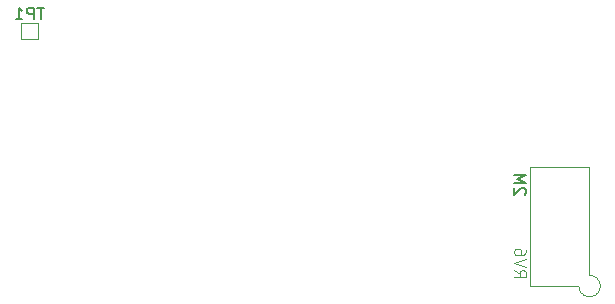
<source format=gbr>
%TF.GenerationSoftware,KiCad,Pcbnew,9.0.5*%
%TF.CreationDate,2025-10-12T14:47:24+02:00*%
%TF.ProjectId,11_fm_drum,31315f66-6d5f-4647-9275-6d2e6b696361,rev?*%
%TF.SameCoordinates,Original*%
%TF.FileFunction,Legend,Bot*%
%TF.FilePolarity,Positive*%
%FSLAX46Y46*%
G04 Gerber Fmt 4.6, Leading zero omitted, Abs format (unit mm)*
G04 Created by KiCad (PCBNEW 9.0.5) date 2025-10-12 14:47:24*
%MOMM*%
%LPD*%
G01*
G04 APERTURE LIST*
%ADD10C,0.100000*%
%ADD11C,0.150000*%
%ADD12C,0.120000*%
G04 APERTURE END LIST*
D10*
X181747580Y-101265238D02*
X182223771Y-101598571D01*
X181747580Y-101836666D02*
X182747580Y-101836666D01*
X182747580Y-101836666D02*
X182747580Y-101455714D01*
X182747580Y-101455714D02*
X182699961Y-101360476D01*
X182699961Y-101360476D02*
X182652342Y-101312857D01*
X182652342Y-101312857D02*
X182557104Y-101265238D01*
X182557104Y-101265238D02*
X182414247Y-101265238D01*
X182414247Y-101265238D02*
X182319009Y-101312857D01*
X182319009Y-101312857D02*
X182271390Y-101360476D01*
X182271390Y-101360476D02*
X182223771Y-101455714D01*
X182223771Y-101455714D02*
X182223771Y-101836666D01*
X182747580Y-100979523D02*
X181747580Y-100646190D01*
X181747580Y-100646190D02*
X182747580Y-100312857D01*
X182747580Y-99550952D02*
X182747580Y-99741428D01*
X182747580Y-99741428D02*
X182699961Y-99836666D01*
X182699961Y-99836666D02*
X182652342Y-99884285D01*
X182652342Y-99884285D02*
X182509485Y-99979523D01*
X182509485Y-99979523D02*
X182319009Y-100027142D01*
X182319009Y-100027142D02*
X181938057Y-100027142D01*
X181938057Y-100027142D02*
X181842819Y-99979523D01*
X181842819Y-99979523D02*
X181795200Y-99931904D01*
X181795200Y-99931904D02*
X181747580Y-99836666D01*
X181747580Y-99836666D02*
X181747580Y-99646190D01*
X181747580Y-99646190D02*
X181795200Y-99550952D01*
X181795200Y-99550952D02*
X181842819Y-99503333D01*
X181842819Y-99503333D02*
X181938057Y-99455714D01*
X181938057Y-99455714D02*
X182176152Y-99455714D01*
X182176152Y-99455714D02*
X182271390Y-99503333D01*
X182271390Y-99503333D02*
X182319009Y-99550952D01*
X182319009Y-99550952D02*
X182366628Y-99646190D01*
X182366628Y-99646190D02*
X182366628Y-99836666D01*
X182366628Y-99836666D02*
X182319009Y-99931904D01*
X182319009Y-99931904D02*
X182271390Y-99979523D01*
X182271390Y-99979523D02*
X182176152Y-100027142D01*
D11*
X182654942Y-94873445D02*
X182702561Y-94825826D01*
X182702561Y-94825826D02*
X182750180Y-94730588D01*
X182750180Y-94730588D02*
X182750180Y-94492493D01*
X182750180Y-94492493D02*
X182702561Y-94397255D01*
X182702561Y-94397255D02*
X182654942Y-94349636D01*
X182654942Y-94349636D02*
X182559704Y-94302017D01*
X182559704Y-94302017D02*
X182464466Y-94302017D01*
X182464466Y-94302017D02*
X182321609Y-94349636D01*
X182321609Y-94349636D02*
X181750180Y-94921064D01*
X181750180Y-94921064D02*
X181750180Y-94302017D01*
X181750180Y-93873445D02*
X182750180Y-93873445D01*
X182750180Y-93873445D02*
X182035895Y-93540112D01*
X182035895Y-93540112D02*
X182750180Y-93206779D01*
X182750180Y-93206779D02*
X181750180Y-93206779D01*
X141977904Y-79032819D02*
X141406476Y-79032819D01*
X141692190Y-80032819D02*
X141692190Y-79032819D01*
X141073142Y-80032819D02*
X141073142Y-79032819D01*
X141073142Y-79032819D02*
X140692190Y-79032819D01*
X140692190Y-79032819D02*
X140596952Y-79080438D01*
X140596952Y-79080438D02*
X140549333Y-79128057D01*
X140549333Y-79128057D02*
X140501714Y-79223295D01*
X140501714Y-79223295D02*
X140501714Y-79366152D01*
X140501714Y-79366152D02*
X140549333Y-79461390D01*
X140549333Y-79461390D02*
X140596952Y-79509009D01*
X140596952Y-79509009D02*
X140692190Y-79556628D01*
X140692190Y-79556628D02*
X141073142Y-79556628D01*
X139549333Y-80032819D02*
X140120761Y-80032819D01*
X139835047Y-80032819D02*
X139835047Y-79032819D01*
X139835047Y-79032819D02*
X139930285Y-79175676D01*
X139930285Y-79175676D02*
X140025523Y-79270914D01*
X140025523Y-79270914D02*
X140120761Y-79318533D01*
D10*
%TO.C,RV6*%
X188105000Y-101670000D02*
X188147208Y-101670495D01*
X188231254Y-101678400D01*
X188314190Y-101694140D01*
X188395287Y-101717577D01*
X188473834Y-101748506D01*
X188549139Y-101786654D01*
X188620542Y-101831686D01*
X188687413Y-101883206D01*
X188749166Y-101940762D01*
X188805259Y-102003847D01*
X188855197Y-102071908D01*
X188898543Y-102144346D01*
X188934915Y-102220525D01*
X188963994Y-102299775D01*
X188985523Y-102381400D01*
X188999315Y-102464682D01*
X189005248Y-102548890D01*
X189003269Y-102633283D01*
X188993396Y-102717120D01*
X188975715Y-102799665D01*
X188950383Y-102880191D01*
X188917622Y-102957991D01*
X188877719Y-103032381D01*
X188831026Y-103102708D01*
X188777952Y-103168353D01*
X188718965Y-103228740D01*
X188654581Y-103283338D01*
X188585368Y-103331668D01*
X188511934Y-103373303D01*
X188434923Y-103407879D01*
X188355013Y-103435092D01*
X188272906Y-103454703D01*
X188189324Y-103466538D01*
X188105000Y-103470495D01*
X188020676Y-103466538D01*
X187937094Y-103454703D01*
X187854987Y-103435092D01*
X187775077Y-103407879D01*
X187698066Y-103373303D01*
X187624632Y-103331668D01*
X187555419Y-103283338D01*
X187491035Y-103228740D01*
X187432048Y-103168353D01*
X187378974Y-103102708D01*
X187332281Y-103032381D01*
X187292378Y-102957991D01*
X187259617Y-102880191D01*
X187234285Y-102799665D01*
X187216604Y-102717120D01*
X187206731Y-102633283D01*
X187205247Y-102570000D01*
X183105000Y-102570000D01*
X183105000Y-92570000D01*
X188105000Y-92570000D01*
X188105000Y-101670000D01*
D12*
%TO.C,TP1*%
X141416000Y-81726000D02*
X141416000Y-80326000D01*
X141416000Y-80326000D02*
X140016000Y-80326000D01*
X140016000Y-81726000D02*
X141416000Y-81726000D01*
X140016000Y-80326000D02*
X140016000Y-81726000D01*
%TD*%
M02*

</source>
